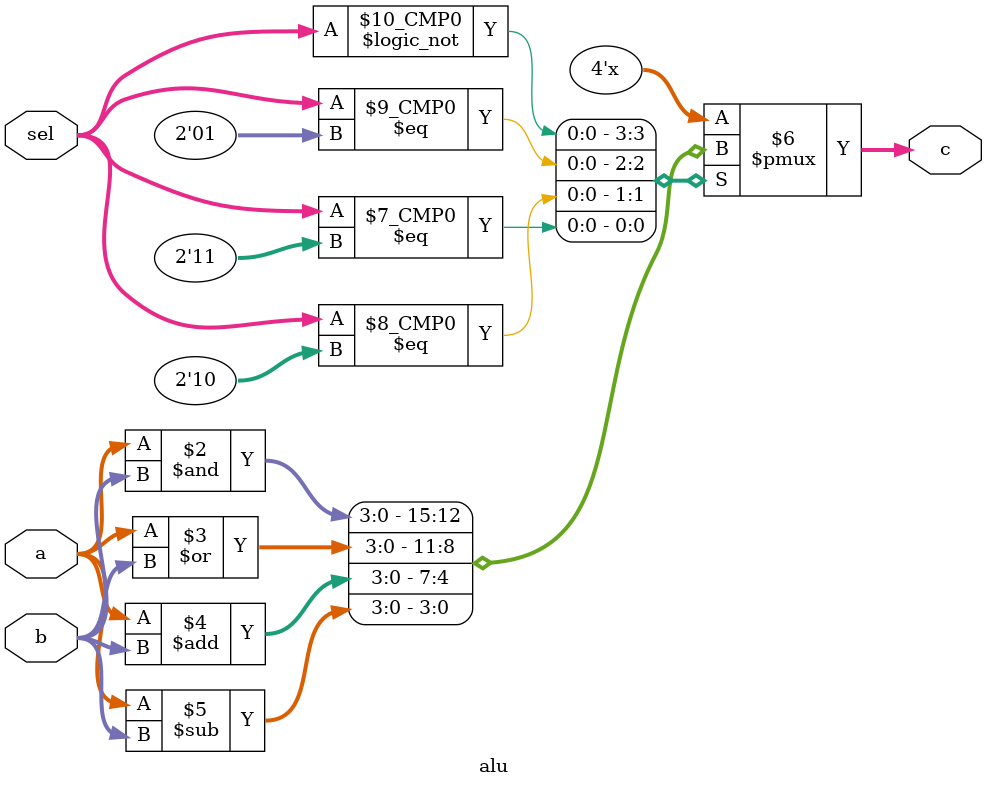
<source format=v>
`timescale 1ns/1ps

module alu(
    input      [3:0] a,
    input      [3:0] b,
    input      [1:0] sel,
    output reg [3:0] c
);

    // case statement for ALU operations
    always @(*) begin
        case(sel)
            2'b00: c = a & b; // AND operation
            2'b01: c = a | b; // OR operation
            2'b10: c = a + b; // ADD operation
            2'b11: c = a - b; // SUBSTRACT operation
            default: c = 4'bxxxx;
        endcase
    end

endmodule

</source>
